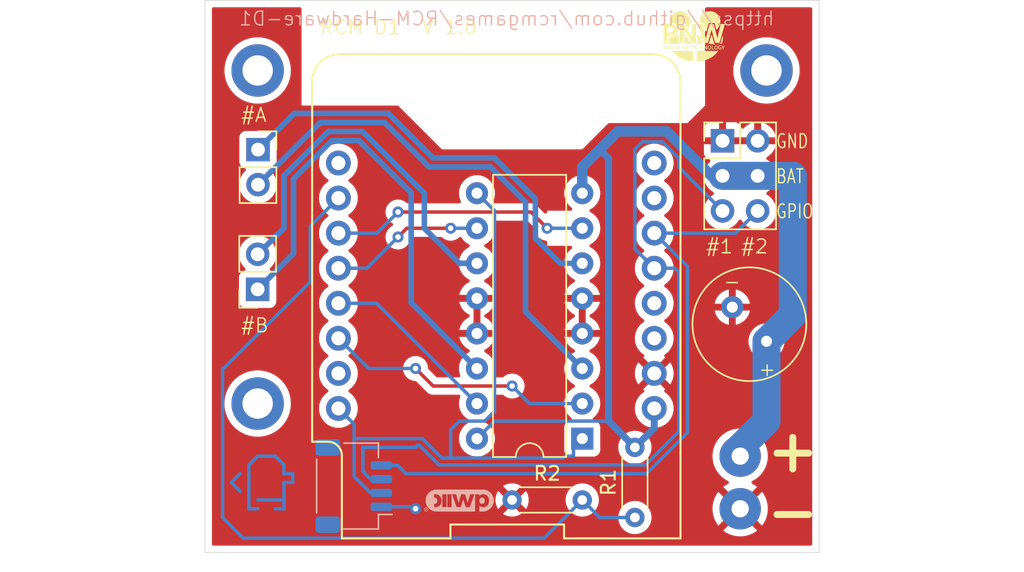
<source format=kicad_pcb>
(kicad_pcb (version 20240108) (generator "pcbnew") (generator_version "8.0")
  (title_block (title "Robot Control Module D1") (rev "v1.0") (company "https://github.com/rcmgames") (comment 1 "use with Wemos D1 Mini"))
  (layers (0 "F.Cu" signal) (31 "B.Cu" signal) (34 "B.Paste" user) (35 "F.Paste" user) (36 "B.SilkS" user "B.Silkscreen") (37 "F.SilkS" user "F.Silkscreen") (38 "B.Mask" user) (39 "F.Mask" user) (44 "Edge.Cuts" user))
  (net 0 "")
  (net 1 "Net-(U1-D0)")
  (net 2 "+3.3V")
  (net 5 "GND")
  (net 7 "Net-(U1-D6)")
  (net 11 "Net-(J3-Pin_1)")
  (net 12 "Net-(U1-D7)")
  (net 13 "Net-(U1-D5)")
  (net 14 "Net-(J2-Pin_1)")
  (net 15 "Net-(J1-Pin_1)")
  (net 16 "Net-(J1-Pin_2)")
  (net 17 "Net-(J2-Pin_2)")
  (net 18 "Net-(J6-Pin_3)")
  (net 19 "Net-(J6-Pin_4)")
  (net 20 "Net-(U1-A0)")
  (footprint "Connector_PinSocket_2.54mm:PinSocket_1x02_P2.54mm_Vertical" (layer "F.Cu") (at 137.82 69.87)
    (property "Reference" "J2" (hide yes))
    (property "Value" "Conn_01x02_Pin")
    (pad "1" thru_hole rect (at 0 0) (size 1.7 1.7) (drill 1) (layers "*.Cu" "*.Mask") (net 14 "Net-(J2-Pin_1)"))
    (pad "2" thru_hole oval (at 0 2.54) (size 1.7 1.7) (drill 1) (layers "*.Cu" "*.Mask") (net 17 "Net-(J2-Pin_2)"))
  )
  (footprint "Resistor_THT:R_Axial_DIN0204_L3.6mm_D1.6mm_P5.08mm_Horizontal" (layer "F.Cu") (at 156.21 95.25)
    (property "Reference" "R2" (at 2.54 -1.92 0) (layer "F.SilkS"))
    (property "Value" "R")
    (pad "1" thru_hole circle (at 0 0) (size 1.4 1.4) (drill 0.7) (layers "*.Cu" "*.Mask") (net 5 "GND"))
    (pad "2" thru_hole oval (at 5.08 0) (size 1.4 1.4) (drill 0.7) (layers "*.Cu" "*.Mask") (net 20 "Net-(U1-A0)"))
  )
  (footprint "Connector_PinHeader_2.54mm:PinHeader_2x03_P2.54mm_Vertical" (layer "F.Cu") (at 171.445 69.23)
    (property "Reference" "J7" (hide yes))
    (property "Value" "Conn_01x06_Pin")
    (pad "1" thru_hole rect (at 0 0) (size 1.7 1.7) (drill 1) (layers "*.Cu" "*.Mask") (net 5 "GND"))
    (pad "2" thru_hole oval (at 2.54 0) (size 1.7 1.7) (drill 1) (layers "*.Cu" "*.Mask") (net 5 "GND"))
    (pad "3" thru_hole oval (at 0 2.54) (size 1.7 1.7) (drill 1) (layers "*.Cu" "*.Mask") (net 11 "Net-(J3-Pin_1)"))
    (pad "4" thru_hole oval (at 2.54 2.54) (size 1.7 1.7) (drill 1) (layers "*.Cu" "*.Mask") (net 11 "Net-(J3-Pin_1)"))
    (pad "5" thru_hole oval (at 0 5.08) (size 1.7 1.7) (drill 1) (layers "*.Cu" "*.Mask") (net 18 "Net-(J6-Pin_3)"))
    (pad "6" thru_hole oval (at 2.54 5.08) (size 1.7 1.7) (drill 1) (layers "*.Cu" "*.Mask") (net 19 "Net-(J6-Pin_4)"))
  )
  (footprint "Connector_PinSocket_2.54mm:PinSocket_1x02_P2.54mm_Vertical" (layer "F.Cu") (at 137.795 79.99 180)
    (property "Reference" "J1" (hide yes))
    (property "Value" "Conn_01x02_Pin")
    (pad "1" thru_hole rect (at 0 0 180) (size 1.7 1.7) (drill 1) (layers "*.Cu" "*.Mask") (net 15 "Net-(J1-Pin_1)"))
    (pad "2" thru_hole oval (at 0 2.54 180) (size 1.7 1.7) (drill 1) (layers "*.Cu" "*.Mask") (net 16 "Net-(J1-Pin_2)"))
  )
  (footprint "Package_DIP:DIP-16_W7.62mm" (layer "F.Cu") (at 161.29 90.805 180)
    (property "Reference" "U2" (hide yes))
    (property "Value" "L293D")
    (pad "1" thru_hole rect (at 0 0 180) (size 1.6 1.6) (drill 0.8) (layers "*.Cu" "*.Mask") (net 2 "+3.3V"))
    (pad "2" thru_hole oval (at 0 2.54 180) (size 1.6 1.6) (drill 0.8) (layers "*.Cu" "*.Mask") (net 12 "Net-(U1-D7)"))
    (pad "3" thru_hole oval (at 0 5.08 180) (size 1.6 1.6) (drill 0.8) (layers "*.Cu" "*.Mask") (net 17 "Net-(J2-Pin_2)"))
    (pad "4" thru_hole oval (at 0 7.62 180) (size 1.6 1.6) (drill 0.8) (layers "*.Cu" "*.Mask") (net 5 "GND"))
    (pad "5" thru_hole oval (at 0 10.16 180) (size 1.6 1.6) (drill 0.8) (layers "*.Cu" "*.Mask") (net 5 "GND"))
    (pad "6" thru_hole oval (at 0 12.7 180) (size 1.6 1.6) (drill 0.8) (layers "*.Cu" "*.Mask") (net 14 "Net-(J2-Pin_1)"))
    (pad "7" thru_hole oval (at 0 15.24 180) (size 1.6 1.6) (drill 0.8) (layers "*.Cu" "*.Mask") (net 1 "Net-(U1-D0)"))
    (pad "8" thru_hole oval (at 0 17.78 180) (size 1.6 1.6) (drill 0.8) (layers "*.Cu" "*.Mask") (net 11 "Net-(J3-Pin_1)"))
    (pad "9" thru_hole oval (at 7.62 17.78 180) (size 1.6 1.6) (drill 0.8) (layers "*.Cu" "*.Mask") (net 2 "+3.3V"))
    (pad "10" thru_hole oval (at 7.62 15.24 180) (size 1.6 1.6) (drill 0.8) (layers "*.Cu" "*.Mask") (net 13 "Net-(U1-D5)"))
    (pad "11" thru_hole oval (at 7.62 12.7 180) (size 1.6 1.6) (drill 0.8) (layers "*.Cu" "*.Mask") (net 16 "Net-(J1-Pin_2)"))
    (pad "12" thru_hole oval (at 7.62 10.16 180) (size 1.6 1.6) (drill 0.8) (layers "*.Cu" "*.Mask") (net 5 "GND"))
    (pad "13" thru_hole oval (at 7.62 7.62 180) (size 1.6 1.6) (drill 0.8) (layers "*.Cu" "*.Mask") (net 5 "GND"))
    (pad "14" thru_hole oval (at 7.62 5.08 180) (size 1.6 1.6) (drill 0.8) (layers "*.Cu" "*.Mask") (net 15 "Net-(J1-Pin_1)"))
    (pad "15" thru_hole oval (at 7.62 2.54 180) (size 1.6 1.6) (drill 0.8) (layers "*.Cu" "*.Mask") (net 7 "Net-(U1-D6)"))
    (pad "16" thru_hole oval (at 7.62 0 180) (size 1.6 1.6) (drill 0.8) (layers "*.Cu" "*.Mask") (net 11 "Net-(J3-Pin_1)"))
  )
  (footprint "MountingHole:MountingHole_2.2mm_M2_DIN965_Pad_TopBottom" (layer "F.Cu") (at 137.795 64.135)
    (property "Reference" "REF**" (hide yes))
    (property "Value" "MountingHole_2.2mm_M2_DIN965_Pad_TopBottom")
    (pad "1" thru_hole circle (at 0 0) (size 2.6 2.6) (drill 2.2) (layers "*.Cu" "*.Mask"))
    (pad "1" connect circle (at 0 0) (size 3.8 3.8) (layers "F.Cu" "F.Mask"))
    (pad "1" connect circle (at 0 0) (size 3.8 3.8) (layers "B.Cu" "B.Mask"))
  )
  (footprint "project:battery wires" (layer "F.Cu") (at 172.72 92.075 180)
    (property "Reference" "J3" (hide yes))
    (property "Value" "battery" (hide yes))
    (fp_text user "-" (at -3.81 -4.445 180) (layer "F.SilkS") (effects (font (size 3 3) (thickness 0.5) (bold yes))))
    (fp_text user "+" (at -3.81 0 180) (layer "F.SilkS") (effects (font (size 3 3) (thickness 0.5) (bold yes))))
    (pad "1" thru_hole circle (at 0 0 180) (size 3 3) (drill 1.25) (layers "*.Cu" "*.Mask") (net 11 "Net-(J3-Pin_1)"))
    (pad "2" thru_hole circle (at 0 -3.81 180) (size 3 3) (drill 1.25) (layers "*.Cu" "*.Mask") (net 5 "GND"))
  )
  (footprint "MountingHole:MountingHole_2.2mm_M2_DIN965_Pad_TopBottom" (layer "F.Cu") (at 174.625 64.135)
    (property "Reference" "REF**" (hide yes))
    (property "Value" "MountingHole_2.2mm_M2_DIN965_Pad_TopBottom")
    (pad "1" thru_hole circle (at 0 0) (size 2.6 2.6) (drill 2.2) (layers "*.Cu" "*.Mask"))
    (pad "1" connect circle (at 0 0) (size 3.8 3.8) (layers "F.Cu" "F.Mask"))
    (pad "1" connect circle (at 0 0) (size 3.8 3.8) (layers "B.Cu" "B.Mask"))
  )
  (footprint "Resistor_THT:R_Axial_DIN0204_L3.6mm_D1.6mm_P5.08mm_Horizontal" (layer "F.Cu") (at 165.1 96.52 90)
    (property "Reference" "R1" (at 2.54 -1.92 -90) (layer "F.SilkS"))
    (property "Value" "R")
    (pad "1" thru_hole circle (at 0 0 90) (size 1.4 1.4) (drill 0.7) (layers "*.Cu" "*.Mask") (net 20 "Net-(U1-A0)"))
    (pad "2" thru_hole oval (at 5.08 0 90) (size 1.4 1.4) (drill 0.7) (layers "*.Cu" "*.Mask") (net 11 "Net-(J3-Pin_1)"))
  )
  (footprint "project:wemos-d1-mini-with-pin-header" (layer "F.Cu") (at 155.07 79.73 90)
    (property "Reference" "U1" (hide yes))
    (property "Value" "WeMos_D1_mini")
    (pad "1" thru_hole circle (at 8.89 -11.43 90) (size 1.8 1.8) (drill 1.016) (layers "*.Cu" "*.Mask"))
    (pad "2" thru_hole circle (at 6.35 -11.43 90) (size 1.8 1.8) (drill 1.016) (layers "*.Cu" "*.Mask") (net 20 "Net-(U1-A0)"))
    (pad "3" thru_hole circle (at 3.81 -11.43 90) (size 1.8 1.8) (drill 1.016) (layers "*.Cu" "*.Mask") (net 1 "Net-(U1-D0)"))
    (pad "4" thru_hole circle (at 1.27 -11.43 90) (size 1.8 1.8) (drill 1.016) (layers "*.Cu" "*.Mask") (net 13 "Net-(U1-D5)"))
    (pad "5" thru_hole circle (at -1.27 -11.43 90) (size 1.8 1.8) (drill 1.016) (layers "*.Cu" "*.Mask") (net 7 "Net-(U1-D6)"))
    (pad "6" thru_hole circle (at -3.81 -11.43 90) (size 1.8 1.8) (drill 1.016) (layers "*.Cu" "*.Mask") (net 12 "Net-(U1-D7)"))
    (pad "7" thru_hole circle (at -6.35 -11.43 90) (size 1.8 1.8) (drill 1.016) (layers "*.Cu" "*.Mask"))
    (pad "8" thru_hole circle (at -8.89 -11.43 90) (size 1.8 1.8) (drill 1.016) (layers "*.Cu" "*.Mask") (net 2 "+3.3V"))
    (pad "9" thru_hole circle (at -8.89 11.43 90) (size 1.8 1.8) (drill 1.016) (layers "*.Cu" "*.Mask") (net 11 "Net-(J3-Pin_1)"))
    (pad "10" thru_hole circle (at -6.35 11.43 90) (size 1.8 1.8) (drill 1.016) (layers "*.Cu" "*.Mask") (net 5 "GND"))
    (pad "11" thru_hole circle (at -3.81 11.43 90) (size 1.8 1.8) (drill 1.016) (layers "*.Cu" "*.Mask"))
    (pad "12" thru_hole circle (at -1.27 11.43 90) (size 1.8 1.8) (drill 1.016) (layers "*.Cu" "*.Mask"))
    (pad "13" thru_hole circle (at 1.27 11.43 90) (size 1.8 1.8) (drill 1.016) (layers "*.Cu" "*.Mask") (net 18 "Net-(J6-Pin_3)"))
    (pad "14" thru_hole circle (at 3.81 11.43 90) (size 1.8 1.8) (drill 1.016) (layers "*.Cu" "*.Mask") (net 19 "Net-(J6-Pin_4)"))
    (pad "15" thru_hole circle (at 6.35 11.43 90) (size 1.8 1.8) (drill 1.016) (layers "*.Cu" "*.Mask"))
    (pad "16" thru_hole circle (at 8.89 11.43 90) (size 1.8 1.8) (drill 1.016) (layers "*.Cu" "*.Mask"))
  )
  (footprint "Capacitor_THT:C_Radial_D8.0mm_H11.5mm_P3.50mm" (layer "F.Cu") (at 174.625 83.754874 135)
    (property "Reference" "C1" (hide yes))
    (property "Value" "C_Polarized")
    (pad "1" thru_hole circle (at 0 0 135) (size 1.6 1.6) (drill 0.8) (layers "*.Cu" "*.Mask") (net 11 "Net-(J3-Pin_1)"))
    (pad "2" thru_hole circle (at 3.5 0 135) (size 1.6 1.6) (drill 0.8) (layers "*.Cu" "*.Mask") (net 5 "GND"))
  )
  (footprint "MountingHole:MountingHole_2.2mm_M2_DIN965_Pad_TopBottom" (layer "F.Cu") (at 137.795 88.265)
    (property "Reference" "REF**" (hide yes))
    (property "Value" "MountingHole_2.2mm_M2_DIN965_Pad_TopBottom")
    (pad "1" thru_hole circle (at 0 0) (size 2.6 2.6) (drill 2.2) (layers "*.Cu" "*.Mask"))
    (pad "1" connect circle (at 0 0) (size 3.8 3.8) (layers "F.Cu" "F.Mask"))
    (pad "1" connect circle (at 0 0) (size 3.8 3.8) (layers "B.Cu" "B.Mask"))
  )
  (footprint "LOGO" (layer "F.Cu") (at 169.545 61.595)
    (property "Reference" "G***" (hide yes))
    (property "Value" "LOGO" (hide yes))
  )
  (footprint "Connector_JST:JST_SH_SM04B-SRSS-TB_1x04-1MP_P1.00mm_Horizontal" (layer "B.Cu") (at 144.75 94.24 90)
    (property "Reference" "J6" (hide yes))
    (property "Value" "Conn_01x04_Pin")
    (pad "1" smd roundrect (at -1.5 2 90) (size 0.6 1.55) (layers "B.Cu" "B.Paste" "B.Mask") (net 5 "GND"))
    (pad "2" smd roundrect (at -0.5 2 90) (size 0.6 1.55) (layers "B.Cu" "B.Paste" "B.Mask") (net 2 "+3.3V"))
    (pad "3" smd roundrect (at 0.5 2 90) (size 0.6 1.55) (layers "B.Cu" "B.Paste" "B.Mask") (net 18 "Net-(J6-Pin_3)"))
    (pad "4" smd roundrect (at 1.5 2 90) (size 0.6 1.55) (layers "B.Cu" "B.Paste" "B.Mask") (net 19 "Net-(J6-Pin_4)"))
    (pad "MP" smd roundrect (at -2.8 -1.875 90) (size 1.2 1.8) (layers "B.Cu" "B.Paste" "B.Mask") (roundrect_rratio 0.2083333333))
    (pad "MP" smd roundrect (at 2.8 -1.875 90) (size 1.2 1.8) (layers "B.Cu" "B.Paste" "B.Mask") (roundrect_rratio 0.2083333333))
  )
  (footprint "LOGO" (layer "B.Cu") (at 152.4 95.25 180)
    (property "Reference" "G***" (hide yes))
    (property "Value" "LOGO" (hide yes))
  )
  (gr_rect (start 133.985 59.055) (end 178.435 99.06) (stroke (width 0.05)) (fill none) (layer "Edge.Cuts"))
  (gr_text "https://github.com/rcmgames/RCM-Hardware-D1" (at 175.26 60.96 0) (layer "B.SilkS") (effects (font (size 1 1) (thickness 0.1)) (justify left bottom mirror)))
  (gr_text "BAT" (at 175.26 72.39 0) (layer "F.SilkS") (effects (font (size 1 0.762) (thickness 0.1)) (justify left bottom)))
  (gr_text "#A" (at 136.525 67.945 0) (layer "F.SilkS") (effects (font (size 1 1) (thickness 0.1)) (justify left bottom)))
  (gr_text "#2" (at 172.72 77.47 0) (layer "F.SilkS") (effects (font (size 1 1) (thickness 0.1)) (justify left bottom)))
  (gr_text "GPIO" (at 175.26 74.93 0) (layer "F.SilkS") (effects (font (size 1 0.762) (thickness 0.1)) (justify left bottom)))
  (gr_text "RCM D1  V 1.0" (at 142.24 61.595 0) (layer "F.SilkS") (effects (font (size 1 1) (thickness 0.1)) (justify left bottom)))
  (gr_text "+" (at 173.99 86.36 0) (layer "F.SilkS") (effects (font (size 1 1) (thickness 0.1)) (justify left bottom)))
  (gr_text "#1" (at 170.18 77.47 0) (layer "F.SilkS") (effects (font (size 1 1) (thickness 0.1)) (justify left bottom)))
  (gr_text "#B" (at 136.525 83.185 0) (layer "F.SilkS") (effects (font (size 1 1) (thickness 0.1)) (justify left bottom)))
  (gr_text "-" (at 171.45 80.01 0) (layer "F.SilkS") (effects (font (size 1 1) (thickness 0.1)) (justify left bottom)))
  (gr_text "GND" (at 175.26 69.85 0) (layer "F.SilkS") (effects (font (size 1 0.762) (thickness 0.1)) (justify left bottom)))
  (segment (start 139.7 95.25) (end 137.795 95.25) (width 0.25) (layer "B.Cu") (net 0))
  (segment (start 137.16 95.885) (end 137.16 92.71) (width 0.25) (layer "B.Cu") (net 0))
  (segment (start 139.7 92.71) (end 139.7 93.345) (width 0.25) (layer "B.Cu") (net 0))
  (segment (start 139.7 95.25) (end 139.7 95.885) (width 0.25) (layer "B.Cu") (net 0))
  (segment (start 139.065 95.885) (end 139.7 95.885) (width 0.25) (layer "B.Cu") (net 0))
  (segment (start 137.16 92.71) (end 137.795 92.075) (width 0.25) (layer "B.Cu") (net 0))
  (segment (start 139.065 92.075) (end 139.7 92.71) (width 0.25) (layer "B.Cu") (net 0))
  (segment (start 140.335 93.98) (end 139.7 93.98) (width 0.25) (layer "B.Cu") (net 0))
  (segment (start 137.16 95.885) (end 137.795 95.885) (width 0.25) (layer "B.Cu") (net 0))
  (segment (start 140.335 93.345) (end 140.335 93.98) (width 0.25) (layer "B.Cu") (net 0))
  (segment (start 135.89 93.98) (end 136.525 94.615) (width 0.25) (layer "B.Cu") (net 0))
  (segment (start 136.525 94.615) (end 136.2075 94.2975) (width 0.25) (layer "B.Cu") (net 0))
  (segment (start 137.795 92.075) (end 139.065 92.075) (width 0.25) (layer "B.Cu") (net 0))
  (segment (start 136.525 93.345) (end 135.89 93.98) (width 0.25) (layer "B.Cu") (net 0))
  (segment (start 139.7 93.98) (end 139.7 95.25) (width 0.25) (layer "B.Cu") (net 0))
  (segment (start 139.7 93.345) (end 140.335 93.345) (width 0.25) (layer "B.Cu") (net 0))
  (segment (start 157.575 74.39) (end 147.955 74.39) (width 0.25) (layer "F.Cu") (net 1))
  (segment (start 158.75 75.565) (end 157.575 74.39) (width 0.25) (layer "F.Cu") (net 1))
  (via (at 158.75 75.565) (size 0.8) (drill 0.4) (layers "F.Cu" "B.Cu") (net 1))
  (via (at 147.955 74.39) (size 0.8) (drill 0.4) (layers "F.Cu" "B.Cu") (net 1))
  (segment (start 158.75 75.565) (end 161.29 75.565) (width 0.25) (layer "B.Cu") (net 1))
  (segment (start 146.425 75.92) (end 143.64 75.92) (width 0.25) (layer "B.Cu") (net 1))
  (segment (start 147.955 74.39) (end 146.425 75.92) (width 0.25) (layer "B.Cu") (net 1))
  (segment (start 149.725 90.805) (end 144.78 90.805) (width 0.25) (layer "B.Cu") (net 2))
  (segment (start 145.975001 94.74) (end 146.75 94.74) (width 0.25) (layer "B.Cu") (net 2))
  (segment (start 151.765 92.21) (end 151.765 90.17) (width 0.25) (layer "B.Cu") (net 2))
  (segment (start 159.885 92.21) (end 151.765 92.21) (width 0.25) (layer "B.Cu") (net 2))
  (segment (start 160.655 92.075) (end 160.02 92.075) (width 0.25) (layer "B.Cu") (net 2))
  (segment (start 144.78 90.805) (end 144.78 89.76) (width 0.25) (layer "B.Cu") (net 2))
  (segment (start 154.867894 88.9) (end 154.94 88.9) (width 0.25) (layer "B.Cu") (net 2))
  (segment (start 161.29 90.805) (end 160.655 91.44) (width 0.25) (layer "B.Cu") (net 2))
  (segment (start 144.78 89.76) (end 143.64 88.62) (width 0.25) (layer "B.Cu") (net 2))
  (segment (start 154.232894 89.535) (end 154.867894 88.9) (width 0.25) (layer "B.Cu") (net 2))
  (segment (start 160.655 91.44) (end 160.655 92.075) (width 0.25) (layer "B.Cu") (net 2))
  (segment (start 154.94 88.9) (end 154.94 74.295) (width 0.25) (layer "B.Cu") (net 2))
  (segment (start 144.78 93.544999) (end 145.975001 94.74) (width 0.25) (layer "B.Cu") (net 2))
  (segment (start 160.02 92.075) (end 159.885 92.21) (width 0.25) (layer "B.Cu") (net 2))
  (segment (start 151.765 90.17) (end 152.4 89.535) (width 0.25) (layer "B.Cu") (net 2))
  (segment (start 152.4 89.535) (end 154.232894 89.535) (width 0.25) (layer "B.Cu") (net 2))
  (segment (start 144.78 90.805) (end 144.78 93.544999) (width 0.25) (layer "B.Cu") (net 2))
  (segment (start 151.13 92.21) (end 149.725 90.805) (width 0.25) (layer "B.Cu") (net 2))
  (segment (start 154.94 74.295) (end 153.67 73.025) (width 0.25) (layer "B.Cu") (net 2))
  (segment (start 151.765 92.21) (end 151.13 92.21) (width 0.25) (layer "B.Cu") (net 2))
  (via (at 149.225 95.885) (size 0.8) (drill 0.4) (layers "F.Cu" "B.Cu") (net 5))
  (segment (start 146.75 95.74) (end 149.08 95.74) (width 0.25) (layer "B.Cu") (net 5))
  (segment (start 149.08 95.74) (end 149.225 95.885) (width 0.25) (layer "B.Cu") (net 5))
  (segment (start 153.67 88.265) (end 146.405 81) (width 0.25) (layer "B.Cu") (net 7))
  (segment (start 146.405 81) (end 143.64 81) (width 0.25) (layer "B.Cu") (net 7))
  (segment (start 162.56 69.85) (end 163.863 68.547) (width 0.762) (layer "B.Cu") (net 11))
  (segment (start 163.195 70.485) (end 163.195 89.535) (width 0.508) (layer "B.Cu") (net 11))
  (segment (start 176.53 71.755) (end 176.515 71.77) (width 2.032) (layer "B.Cu") (net 11))
  (segment (start 153.67 90.805) (end 154.94 89.535) (width 0.25) (layer "B.Cu") (net 11))
  (segment (start 163.863 68.547) (end 167.406146 68.547) (width 0.762) (layer "B.Cu") (net 11))
  (segment (start 170.629146 71.77) (end 171.445 71.77) (width 0.762) (layer "B.Cu") (net 11))
  (segment (start 172.72 92.075) (end 172.72 91.44) (width 2.032) (layer "B.Cu") (net 11))
  (segment (start 161.29 71.12) (end 161.29 73.025) (width 0.762) (layer "B.Cu") (net 11))
  (segment (start 162.56 69.85) (end 161.29 71.12) (width 0.762) (layer "B.Cu") (net 11))
  (segment (start 172.72 91.44) (end 174.625 89.535) (width 2.032) (layer "B.Cu") (net 11))
  (segment (start 166.5 88.62) (end 166.5 90.04) (width 0.508) (layer "B.Cu") (net 11))
  (segment (start 162.56 69.85) (end 163.195 70.485) (width 0.508) (layer "B.Cu") (net 11))
  (segment (start 154.94 89.535) (end 163.195 89.535) (width 0.25) (layer "B.Cu") (net 11))
  (segment (start 174.625 89.535) (end 174.625 83.754874) (width 2.032) (layer "B.Cu") (net 11))
  (segment (start 176.515 71.77) (end 171.445 71.77) (width 2.032) (layer "B.Cu") (net 11))
  (segment (start 167.406146 68.547) (end 170.629146 71.77) (width 0.762) (layer "B.Cu") (net 11))
  (segment (start 163.195 89.535) (end 165.1 91.44) (width 0.508) (layer "B.Cu") (net 11))
  (segment (start 176.53 81.849874) (end 176.53 71.755) (width 2.032) (layer "B.Cu") (net 11))
  (segment (start 166.5 90.04) (end 165.1 91.44) (width 0.508) (layer "B.Cu") (net 11))
  (segment (start 174.625 83.754874) (end 176.53 81.849874) (width 2.032) (layer "B.Cu") (net 11))
  (segment (start 149.225 85.725) (end 150.495 86.995) (width 0.25) (layer "F.Cu") (net 12))
  (segment (start 150.495 86.995) (end 156.21 86.995) (width 0.25) (layer "F.Cu") (net 12))
  (via (at 156.21 86.995) (size 0.8) (drill 0.4) (layers "F.Cu" "B.Cu") (net 12))
  (via (at 149.225 85.725) (size 0.8) (drill 0.4) (layers "F.Cu" "B.Cu") (net 12))
  (segment (start 149.225 85.725) (end 145.825 85.725) (width 0.25) (layer "B.Cu") (net 12))
  (segment (start 161.29 88.265) (end 157.48 88.265) (width 0.25) (layer "B.Cu") (net 12))
  (segment (start 145.825 85.725) (end 143.64 83.54) (width 0.25) (layer "B.Cu") (net 12))
  (segment (start 157.48 88.265) (end 156.21 86.995) (width 0.25) (layer "B.Cu") (net 12))
  (segment (start 147.955 76.2) (end 148.59 75.565) (width 0.25) (layer "F.Cu") (net 13))
  (segment (start 148.59 75.565) (end 151.765 75.565) (width 0.25) (layer "F.Cu") (net 13))
  (via (at 151.765 75.565) (size 0.8) (drill 0.4) (layers "F.Cu" "B.Cu") (net 13))
  (via (at 147.955 76.2) (size 0.8) (drill 0.4) (layers "F.Cu" "B.Cu") (net 13))
  (segment (start 153.035 75.565) (end 151.765 75.565) (width 0.25) (layer "B.Cu") (net 13))
  (segment (start 145.695 78.46) (end 147.955 76.2) (width 0.25) (layer "B.Cu") (net 13))
  (segment (start 153.67 75.565) (end 153.035 75.565) (width 0.25) (layer "B.Cu") (net 13))
  (segment (start 143.64 78.46) (end 145.695 78.46) (width 0.25) (layer "B.Cu") (net 13))
  (segment (start 161.29 78.105) (end 160.02 78.105) (width 0.381) (layer "B.Cu") (net 14))
  (segment (start 150.4736 70.4636) (end 147.2558 67.2458) (width 0.4064) (layer "B.Cu") (net 14))
  (segment (start 160.02 78.105) (end 159.7025 78.105) (width 0.4064) (layer "B.Cu") (net 14))
  (segment (start 159.7025 78.105) (end 157.8968 76.2993) (width 0.4064) (layer "B.Cu") (net 14))
  (segment (start 157.8968 76.2993) (end 157.8968 73.4418) (width 0.4064) (layer "B.Cu") (net 14))
  (segment (start 154.9186 70.4636) (end 150.4736 70.4636) (width 0.4064) (layer "B.Cu") (net 14))
  (segment (start 147.2558 67.2458) (end 140.4442 67.2458) (width 0.4064) (layer "B.Cu") (net 14))
  (segment (start 140.4442 67.2458) (end 137.82 69.87) (width 0.4064) (layer "B.Cu") (net 14))
  (segment (start 157.8968 73.4418) (end 154.9186 70.4636) (width 0.4064) (layer "B.Cu") (net 14))
  (segment (start 153.67 85.725) (end 148.9075 80.9625) (width 0.4064) (layer "B.Cu") (net 15))
  (segment (start 140.3918 77.3932) (end 137.795 79.99) (width 0.4064) (layer "B.Cu") (net 15))
  (segment (start 148.9075 73.00079) (end 145.12171 69.215) (width 0.4064) (layer "B.Cu") (net 15))
  (segment (start 145.12171 69.215) (end 143.16829 69.215) (width 0.4064) (layer "B.Cu") (net 15))
  (segment (start 140.3918 71.99149) (end 140.3918 77.3932) (width 0.4064) (layer "B.Cu") (net 15))
  (segment (start 143.16829 69.215) (end 140.3918 71.99149) (width 0.4064) (layer "B.Cu") (net 15))
  (segment (start 148.9075 80.9625) (end 148.9075 73.00079) (width 0.4064) (layer "B.Cu") (net 15))
  (segment (start 137.795 77.45) (end 139.101053 76.143947) (width 0.4064) (layer "B.Cu") (net 16))
  (segment (start 139.121053 76.143947) (end 139.7 75.565) (width 0.4064) (layer "B.Cu") (net 16))
  (segment (start 142.8964 68.5586) (end 145.3936 68.5586) (width 0.4064) (layer "B.Cu") (net 16))
  (segment (start 149.86 73.025) (end 149.86 75.565) (width 0.4064) (layer "B.Cu") (net 16))
  (segment (start 139.7 75.565) (end 139.7 71.755) (width 0.4064) (layer "B.Cu") (net 16))
  (segment (start 152.4 78.105) (end 153.67 78.105) (width 0.4064) (layer "B.Cu") (net 16))
  (segment (start 145.3936 68.5586) (end 149.86 73.025) (width 0.4064) (layer "B.Cu") (net 16))
  (segment (start 139.101053 76.143947) (end 139.121053 76.143947) (width 0.4064) (layer "B.Cu") (net 16))
  (segment (start 139.7 71.755) (end 142.8964 68.5586) (width 0.4064) (layer "B.Cu") (net 16))
  (segment (start 149.86 75.565) (end 152.4 78.105) (width 0.4064) (layer "B.Cu") (net 16))
  (segment (start 142.3278 67.9022) (end 146.98391 67.9022) (width 0.4064) (layer "B.Cu") (net 17))
  (segment (start 150.20171 71.12) (end 154.64671 71.12) (width 0.4064) (layer "B.Cu") (net 17))
  (segment (start 146.98391 67.9022) (end 150.20171 71.12) (width 0.4064) (layer "B.Cu") (net 17))
  (segment (start 137.82 72.41) (end 142.3278 67.9022) (width 0.4064) (layer "B.Cu") (net 17))
  (segment (start 157.18671 81.62171) (end 161.29 85.725) (width 0.4064) (layer "B.Cu") (net 17))
  (segment (start 154.64671 71.12) (end 157.18671 73.66) (width 0.4064) (layer "B.Cu") (net 17))
  (segment (start 157.18671 73.66) (end 157.18671 81.62171) (width 0.4064) (layer "B.Cu") (net 17))
  (segment (start 145.975001 93.74) (end 146.75 93.74) (width 0.25) (layer "B.Cu") (net 18))
  (segment (start 149.225 91.44) (end 145.415 91.44) (width 0.25) (layer "B.Cu") (net 18))
  (segment (start 165.1 69.85) (end 165.1 77.06) (width 0.25) (layer "B.Cu") (net 18))
  (segment (start 168.275 90.29514) (end 165.86014 92.71) (width 0.25) (layer "B.Cu") (net 18))
  (segment (start 165.1 77.06) (end 166.5 78.46) (width 0.25) (layer "B.Cu") (net 18))
  (segment (start 168.275 71.14) (end 168.275 70.485) (width 0.25) (layer "B.Cu") (net 18))
  (segment (start 149.517894 91.305) (end 149.36 91.305) (width 0.25) (layer "B.Cu") (net 18))
  (segment (start 165.86014 92.71) (end 150.922894 92.71) (width 0.25) (layer "B.Cu") (net 18))
  (segment (start 165.647 69.303) (end 165.1 69.85) (width 0.25) (layer "B.Cu") (net 18))
  (segment (start 167.093 69.303) (end 165.647 69.303) (width 0.25) (layer "B.Cu") (net 18))
  (segment (start 166.5 78.46) (end 167.995 78.46) (width 0.25) (layer "B.Cu") (net 18))
  (segment (start 168.275 78.74) (end 168.275 90.29514) (width 0.25) (layer "B.Cu") (net 18))
  (segment (start 167.995 78.46) (end 168.275 78.74) (width 0.25) (layer "B.Cu") (net 18))
  (segment (start 149.36 91.305) (end 149.225 91.44) (width 0.25) (layer "B.Cu") (net 18))
  (segment (start 150.922894 92.71) (end 149.517894 91.305) (width 0.25) (layer "B.Cu") (net 18))
  (segment (start 167.295 78.46) (end 166.5 78.46) (width 0.25) (layer "B.Cu") (net 18))
  (segment (start 145.415 93.179999) (end 145.975001 93.74) (width 0.25) (layer "B.Cu") (net 18))
  (segment (start 171.445 74.31) (end 168.275 71.14) (width 0.25) (layer "B.Cu") (net 18))
  (segment (start 145.415 91.44) (end 145.415 93.179999) (width 0.25) (layer "B.Cu") (net 18))
  (segment (start 168.275 70.485) (end 167.093 69.303) (width 0.25) (layer "B.Cu") (net 18))
  (segment (start 147.925 92.74) (end 146.75 92.74) (width 0.25) (layer "B.Cu") (net 19))
  (segment (start 168.91 90.367246) (end 165.932246 93.345) (width 0.25) (layer "B.Cu") (net 19))
  (segment (start 172.375 75.92) (end 166.5 75.92) (width 0.25) (layer "B.Cu") (net 19))
  (segment (start 168.91 78.33) (end 168.91 90.367246) (width 0.25) (layer "B.Cu") (net 19))
  (segment (start 165.932246 93.345) (end 148.53 93.345) (width 0.25) (layer "B.Cu") (net 19))
  (segment (start 166.5 75.92) (end 168.91 78.33) (width 0.25) (layer "B.Cu") (net 19))
  (segment (start 173.985 74.31) (end 172.375 75.92) (width 0.25) (layer "B.Cu") (net 19))
  (segment (start 148.53 93.345) (end 147.925 92.74) (width 0.25) (layer "B.Cu") (net 19))
  (segment (start 165.1 96.52) (end 162.56 96.52) (width 0.25) (layer "B.Cu") (net 20))
  (segment (start 158.525 98.015) (end 136.75 98.015) (width 0.25) (layer "B.Cu") (net 20))
  (segment (start 141.605 79.447106) (end 141.605 75.415) (width 0.25) (layer "B.Cu") (net 20))
  (segment (start 135.327106 85.725) (end 141.605 79.447106) (width 0.25) (layer "B.Cu") (net 20))
  (segment (start 141.605 75.415) (end 143.64 73.38) (width 0.25) (layer "B.Cu") (net 20))
  (segment (start 135.255 96.52) (end 135.255 85.725) (width 0.25) (layer "B.Cu") (net 20))
  (segment (start 162.56 96.52) (end 161.29 95.25) (width 0.25) (layer "B.Cu") (net 20))
  (segment (start 136.75 98.015) (end 135.255 96.52) (width 0.25) (layer "B.Cu") (net 20))
  (segment (start 161.29 95.25) (end 158.525 98.015) (width 0.25) (layer "B.Cu") (net 20))
  (segment (start 135.255 85.725) (end 135.327106 85.725) (width 0.25) (layer "B.Cu") (net 20))
  (zone (net 0) (net_name "") (layer "F.Cu") (connect_pads (clearance 0)) (min_thickness 0.25)
    (keepout (tracks not_allowed) (vias not_allowed) (pads not_allowed) (copperpour not_allowed) (footprints allowed))
    (fill (thermal_gap 0.5) (thermal_bridge_width 0.5))
    (polygon (pts (xy 158.75 74.295) (xy 160.655 74.295) (xy 160.655 76.835) (xy 158.75 76.835)))
  )
  (zone (net 5) (net_name "GND") (layer "F.Cu") (connect_pads (clearance 0.5)) (min_thickness 0.25) (fill yes (thermal_gap 0.5) (thermal_bridge_width 0.5))
    (polygon (pts (xy 133.985 59.055) (xy 178.435 59.055) (xy 178.435 99.06) (xy 133.985 99.06)))
  )
  (zone (net 0) (net_name "") (layers "F&B.Cu") (connect_pads (clearance 0)) (min_thickness 0.25)
    (keepout (tracks not_allowed) (vias not_allowed) (pads not_allowed) (copperpour not_allowed) (footprints allowed))
    (fill (thermal_gap 0.5) (thermal_bridge_width 0.5))
    (polygon (pts (xy 140.97 59.055) (xy 140.97 66.675) (xy 147.955 66.675) (xy 151.13 69.85) (xy 161.29 69.85) (xy 163.195 67.945) (xy 168.91 67.945) (xy 170.18 66.675) (xy 170.18 59.055)))
  )
)
</source>
